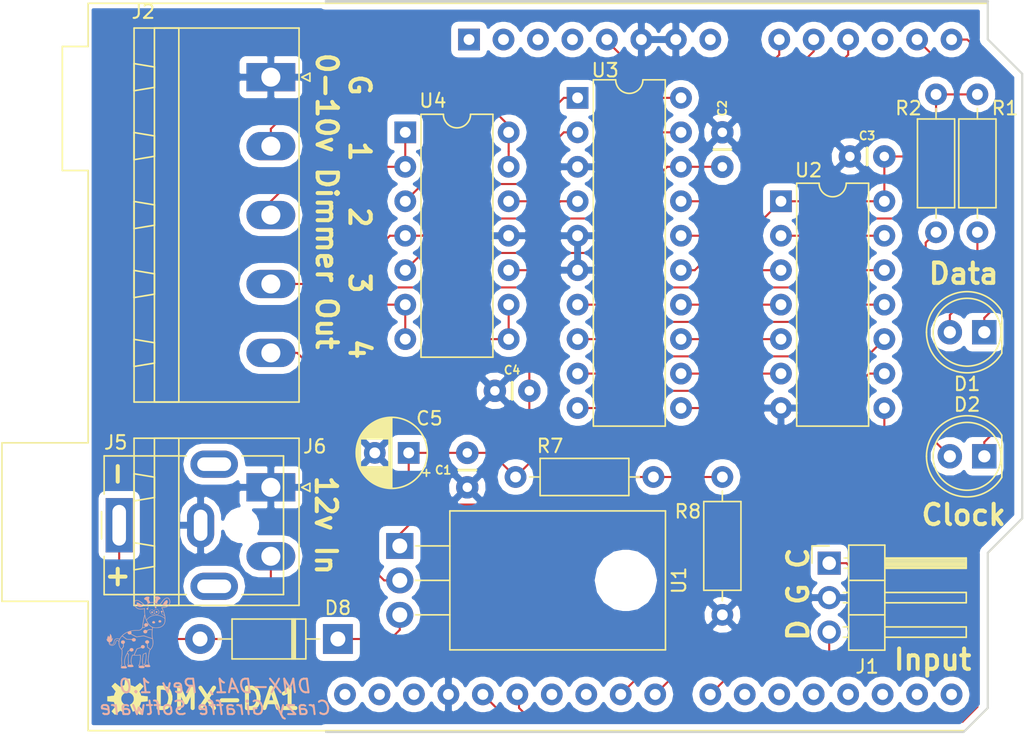
<source format=kicad_pcb>
(kicad_pcb (version 20171130) (host pcbnew "(5.0.0)")
  (title_block (title "DMX Demonstrator - Receiver w/ 0-10v output (DMX-DA1)") (date 2020-09-29) (rev 1.0) (company "Crazy Giraffe Software") (comment 2 "Designed by: SparkyBobo") (comment 3 https://creativecommons.org/licenses/by-sa/4.0/) (comment 4 "Released under the Creative Commons Attribution Share-Alike 4.0m License"))
  (layers (0 F.Cu signal) (31 B.Cu signal) (34 B.Paste user) (35 F.Paste user) (36 B.SilkS user) (37 F.SilkS user) (38 B.Mask user) (39 F.Mask user) (44 Edge.Cuts user))
  (net 0 "")
  (net 1 GND)
  (net 2 "Net-(R7-Pad1)")
  (net 3 "Net-(D2-Pad2)")
  (net 4 +5V)
  (net 5 "Net-(D1-Pad2)")
  (net 6 +10V)
  (net 7 "Net-(U2-Pad6)")
  (net 8 "Net-(U2-Pad5)")
  (net 9 "Net-(U2-Pad4)")
  (net 10 "Net-(U2-Pad3)")
  (net 11 /A1)
  (net 12 /A0)
  (net 13 "Net-(U2-Pad13)")
  (net 14 /~WR)
  (net 15 "Net-(U2-Pad12)")
  (net 16 "Net-(U2-Pad11)")
  (net 17 "Net-(U2-Pad10)")
  (net 18 /CLK)
  (net 19 /~CLR)
  (net 20 "Net-(A1-Pad32)")
  (net 21 "Net-(A1-Pad31)")
  (net 22 "Net-(A1-Pad1)")
  (net 23 "Net-(A1-Pad2)")
  (net 24 "Net-(A1-Pad3)")
  (net 25 "Net-(A1-Pad4)")
  (net 26 "Net-(A1-Pad8)")
  (net 27 /RX)
  (net 28 "Net-(A1-Pad12)")
  (net 29 /RXCLK)
  (net 30 "Net-(A1-Pad30)")
  (net 31 "Net-(A1-Pad15)")
  (net 32 "Net-(A1-Pad16)")
  (net 33 /B)
  (net 34 "Net-(A1-Pad17)")
  (net 35 "Net-(A1-Pad18)")
  (net 36 "Net-(A1-Pad19)")
  (net 37 "Net-(D8-Pad1)")
  (net 38 "Net-(D8-Pad2)")
  (net 39 /~DIM3)
  (net 40 /~DIM2)
  (net 41 /~DIM1)
  (net 42 /~DIM0)
  (net 43 /~DATA)
  (net 44 /~CLOCK)
  (net 45 /AO1)
  (net 46 /AO0)
  (net 47 /AO3)
  (net 48 /AO2)
  (net 49 "Net-(J2-Pad2)")
  (net 50 "Net-(J2-Pad3)")
  (net 51 "Net-(J2-Pad4)")
  (net 52 "Net-(J2-Pad5)")
  (module Connector_Phoenix_MSTB:PhoenixContact_MSTBA_2,5_5-G-5,08_1x05_P5.08mm_Horizontal (layer F.Cu) (at 124.46 69.088 270)
    (fp_text reference J2 (at -4.826 9.398) (layer F.SilkS))
    (fp_text value DIMMER_B)
    (pad 1 thru_hole rect (at 0 0 270) (size 2.08 3.6) (drill 1.4) (layers *.Cu *.Mask) (net 1 GND))
    (pad 2 thru_hole oval (at 5.08 0 270) (size 2.08 3.6) (drill 1.4) (layers *.Cu *.Mask) (net 49 "Net-(J2-Pad2)"))
    (pad 3 thru_hole oval (at 10.16 0 270) (size 2.08 3.6) (drill 1.4) (layers *.Cu *.Mask) (net 50 "Net-(J2-Pad3)"))
    (pad 4 thru_hole oval (at 15.24 0 270) (size 2.08 3.6) (drill 1.4) (layers *.Cu *.Mask) (net 51 "Net-(J2-Pad4)"))
    (pad 5 thru_hole oval (at 20.32 0 270) (size 2.08 3.6) (drill 1.4) (layers *.Cu *.Mask) (net 52 "Net-(J2-Pad5)"))
  )
  (module Package_DIP:DIP-20_W7.62mm (layer F.Cu) (at 147.066 70.612)
    (fp_text reference U3 (at 2.032 -2.032) (layer F.SilkS))
    (fp_text value TLC7226A)
    (pad 1 thru_hole rect (at 0 0) (size 1.6 1.6) (drill 0.8) (layers *.Cu *.Mask) (net 45 /AO1))
    (pad 11 thru_hole oval (at 7.62 22.86) (size 1.6 1.6) (drill 0.8) (layers *.Cu *.Mask) (net 7 "Net-(U2-Pad6)"))
    (pad 2 thru_hole oval (at 0 2.54) (size 1.6 1.6) (drill 0.8) (layers *.Cu *.Mask) (net 46 /AO0))
    (pad 12 thru_hole oval (at 7.62 20.32) (size 1.6 1.6) (drill 0.8) (layers *.Cu *.Mask) (net 8 "Net-(U2-Pad5)"))
    (pad 3 thru_hole oval (at 0 5.08) (size 1.6 1.6) (drill 0.8) (layers *.Cu *.Mask) (net 1 GND))
    (pad 13 thru_hole oval (at 7.62 17.78) (size 1.6 1.6) (drill 0.8) (layers *.Cu *.Mask) (net 9 "Net-(U2-Pad4)"))
    (pad 4 thru_hole oval (at 0 7.62) (size 1.6 1.6) (drill 0.8) (layers *.Cu *.Mask) (net 6 +10V))
    (pad 14 thru_hole oval (at 7.62 15.24) (size 1.6 1.6) (drill 0.8) (layers *.Cu *.Mask) (net 10 "Net-(U2-Pad3)"))
    (pad 5 thru_hole oval (at 0 10.16) (size 1.6 1.6) (drill 0.8) (layers *.Cu *.Mask) (net 1 GND))
    (pad 15 thru_hole oval (at 7.62 12.7) (size 1.6 1.6) (drill 0.8) (layers *.Cu *.Mask) (net 14 /~WR))
    (pad 6 thru_hole oval (at 0 12.7) (size 1.6 1.6) (drill 0.8) (layers *.Cu *.Mask) (net 1 GND))
    (pad 16 thru_hole oval (at 7.62 10.16) (size 1.6 1.6) (drill 0.8) (layers *.Cu *.Mask) (net 11 /A1))
    (pad 7 thru_hole oval (at 0 15.24) (size 1.6 1.6) (drill 0.8) (layers *.Cu *.Mask) (net 13 "Net-(U2-Pad13)"))
    (pad 17 thru_hole oval (at 7.62 7.62) (size 1.6 1.6) (drill 0.8) (layers *.Cu *.Mask) (net 12 /A0))
    (pad 8 thru_hole oval (at 0 17.78) (size 1.6 1.6) (drill 0.8) (layers *.Cu *.Mask) (net 15 "Net-(U2-Pad12)"))
    (pad 18 thru_hole oval (at 7.62 5.08) (size 1.6 1.6) (drill 0.8) (layers *.Cu *.Mask) (net 4 +5V))
    (pad 9 thru_hole oval (at 0 20.32) (size 1.6 1.6) (drill 0.8) (layers *.Cu *.Mask) (net 16 "Net-(U2-Pad11)"))
    (pad 19 thru_hole oval (at 7.62 2.54) (size 1.6 1.6) (drill 0.8) (layers *.Cu *.Mask) (net 47 /AO3))
    (pad 10 thru_hole oval (at 0 22.86) (size 1.6 1.6) (drill 0.8) (layers *.Cu *.Mask) (net 17 "Net-(U2-Pad10)"))
    (pad 20 thru_hole oval (at 7.62 0) (size 1.6 1.6) (drill 0.8) (layers *.Cu *.Mask) (net 48 /AO2))
  )
  (module Capacitors:CAP-PTH-2.54 (layer F.Cu) (at 142.24 92.202 180)
    (fp_text reference C4 (at 0 1.524 180) (layer F.SilkS) (effects (font (size 0.6096 0.6096) (thickness 0.127))))
    (fp_text value .01uF hide)
    (pad 1 thru_hole circle (at -1.27 0 180) (size 1.651 1.651) (drill 0.6985) (layers *.Cu *.Mask) (net 6 +10V))
    (pad 2 thru_hole circle (at 1.27 0 180) (size 1.651 1.651) (drill 0.6985) (layers *.Cu *.Mask) (net 1 GND))
  )
  (module Package_DIP:DIP-14_W7.62mm (layer F.Cu) (at 134.366 73.152)
    (fp_text reference U4 (at 2.032 -2.33) (layer F.SilkS))
    (fp_text value LM324A)
    (pad 1 thru_hole rect (at 0 0) (size 1.6 1.6) (drill 0.8) (layers *.Cu *.Mask) (net 50 "Net-(J2-Pad3)"))
    (pad 8 thru_hole oval (at 7.62 15.24) (size 1.6 1.6) (drill 0.8) (layers *.Cu *.Mask) (net 52 "Net-(J2-Pad5)"))
    (pad 2 thru_hole oval (at 0 2.54) (size 1.6 1.6) (drill 0.8) (layers *.Cu *.Mask) (net 50 "Net-(J2-Pad3)"))
    (pad 9 thru_hole oval (at 7.62 12.7) (size 1.6 1.6) (drill 0.8) (layers *.Cu *.Mask) (net 52 "Net-(J2-Pad5)"))
    (pad 3 thru_hole oval (at 0 5.08) (size 1.6 1.6) (drill 0.8) (layers *.Cu *.Mask) (net 45 /AO1))
    (pad 10 thru_hole oval (at 7.62 10.16) (size 1.6 1.6) (drill 0.8) (layers *.Cu *.Mask) (net 47 /AO3))
    (pad 4 thru_hole oval (at 0 7.62) (size 1.6 1.6) (drill 0.8) (layers *.Cu *.Mask) (net 6 +10V))
    (pad 11 thru_hole oval (at 7.62 7.62) (size 1.6 1.6) (drill 0.8) (layers *.Cu *.Mask) (net 1 GND))
    (pad 5 thru_hole oval (at 0 10.16) (size 1.6 1.6) (drill 0.8) (layers *.Cu *.Mask) (net 48 /AO2))
    (pad 12 thru_hole oval (at 7.62 5.08) (size 1.6 1.6) (drill 0.8) (layers *.Cu *.Mask) (net 46 /AO0))
    (pad 6 thru_hole oval (at 0 12.7) (size 1.6 1.6) (drill 0.8) (layers *.Cu *.Mask) (net 51 "Net-(J2-Pad4)"))
    (pad 13 thru_hole oval (at 7.62 2.54) (size 1.6 1.6) (drill 0.8) (layers *.Cu *.Mask) (net 49 "Net-(J2-Pad2)"))
    (pad 7 thru_hole oval (at 0 15.24) (size 1.6 1.6) (drill 0.8) (layers *.Cu *.Mask) (net 51 "Net-(J2-Pad4)"))
    (pad 14 thru_hole oval (at 7.62 0) (size 1.6 1.6) (drill 0.8) (layers *.Cu *.Mask) (net 49 "Net-(J2-Pad2)"))
  )
  (module Package_TO_SOT_THT:TO-220-3_Horizontal_TabDown (layer F.Cu) (at 133.962 103.632 270)
    (fp_text reference U1 (at 2.54 -20.58 270) (layer F.SilkS))
    (fp_text value LM317T)
    (pad "" np_thru_hole oval (at 2.54 -16.66 270) (size 3.5 3.5) (drill 3.5) (layers *.Cu *.Mask))
    (pad 1 thru_hole rect (at 0 0 270) (size 1.905 2) (drill 1.1) (layers *.Cu *.Mask) (net 2 "Net-(R7-Pad1)"))
    (pad 2 thru_hole oval (at 2.54 0 270) (size 1.905 2) (drill 1.1) (layers *.Cu *.Mask) (net 6 +10V))
    (pad 3 thru_hole oval (at 5.08 0 270) (size 1.905 2) (drill 1.1) (layers *.Cu *.Mask) (net 37 "Net-(D8-Pad1)"))
  )
  (module Diode_THT:D_DO-41_SOD81_P10.16mm_Horizontal (layer F.Cu) (at 129.4 110.49 180)
    (fp_text reference D8 (at 0 2.29 180) (layer F.SilkS))
    (fp_text value 1N5819)
    (pad 2 thru_hole oval (at 10.16 0 180) (size 2.2 2.2) (drill 1.1) (layers *.Cu *.Mask) (net 38 "Net-(D8-Pad2)"))
    (pad 1 thru_hole rect (at 0 0 180) (size 2.2 2.2) (drill 1.1) (layers *.Cu *.Mask) (net 37 "Net-(D8-Pad1)"))
  )
  (module Resistor_THT:R_Axial_DIN0207_L6.3mm_D2.5mm_P10.16mm_Horizontal (layer F.Cu) (at 157.734 108.712 90)
    (fp_text reference R8 (at 7.62 -2.54) (layer F.SilkS))
    (fp_text value 2.7k)
    (pad 1 thru_hole circle (at 0 0 90) (size 1.6 1.6) (drill 0.8) (layers *.Cu *.Mask) (net 1 GND))
    (pad 2 thru_hole oval (at 10.16 0 90) (size 1.6 1.6) (drill 0.8) (layers *.Cu *.Mask) (net 2 "Net-(R7-Pad1)"))
  )
  (module Capacitors:CAP-PTH-2.54 (layer F.Cu) (at 157.734 74.422 90)
    (fp_text reference C2 (at 3.048 0 90) (layer F.SilkS) (effects (font (size 0.6096 0.6096) (thickness 0.127))))
    (fp_text value .01uF hide)
    (pad 2 thru_hole circle (at 1.27 0 90) (size 1.651 1.651) (drill 0.6985) (layers *.Cu *.Mask) (net 1 GND))
    (pad 1 thru_hole circle (at -1.27 0 90) (size 1.651 1.651) (drill 0.6985) (layers *.Cu *.Mask) (net 4 +5V))
  )
  (module Package_DIP:DIP-14_W7.62mm (layer F.Cu) (at 162.052 78.232)
    (fp_text reference U2 (at 2.032 -2.286) (layer F.SilkS))
    (fp_text value 74LS164)
    (pad 1 thru_hole rect (at 0 0) (size 1.6 1.6) (drill 0.8) (layers *.Cu *.Mask) (net 4 +5V))
    (pad 8 thru_hole oval (at 7.62 15.24) (size 1.6 1.6) (drill 0.8) (layers *.Cu *.Mask) (net 18 /CLK))
    (pad 2 thru_hole oval (at 0 2.54) (size 1.6 1.6) (drill 0.8) (layers *.Cu *.Mask) (net 33 /B))
    (pad 9 thru_hole oval (at 7.62 12.7) (size 1.6 1.6) (drill 0.8) (layers *.Cu *.Mask) (net 19 /~CLR))
    (pad 3 thru_hole oval (at 0 5.08) (size 1.6 1.6) (drill 0.8) (layers *.Cu *.Mask) (net 10 "Net-(U2-Pad3)"))
    (pad 10 thru_hole oval (at 7.62 10.16) (size 1.6 1.6) (drill 0.8) (layers *.Cu *.Mask) (net 17 "Net-(U2-Pad10)"))
    (pad 4 thru_hole oval (at 0 7.62) (size 1.6 1.6) (drill 0.8) (layers *.Cu *.Mask) (net 9 "Net-(U2-Pad4)"))
    (pad 11 thru_hole oval (at 7.62 7.62) (size 1.6 1.6) (drill 0.8) (layers *.Cu *.Mask) (net 16 "Net-(U2-Pad11)"))
    (pad 5 thru_hole oval (at 0 10.16) (size 1.6 1.6) (drill 0.8) (layers *.Cu *.Mask) (net 8 "Net-(U2-Pad5)"))
    (pad 12 thru_hole oval (at 7.62 5.08) (size 1.6 1.6) (drill 0.8) (layers *.Cu *.Mask) (net 15 "Net-(U2-Pad12)"))
    (pad 6 thru_hole oval (at 0 12.7) (size 1.6 1.6) (drill 0.8) (layers *.Cu *.Mask) (net 7 "Net-(U2-Pad6)"))
    (pad 13 thru_hole oval (at 7.62 2.54) (size 1.6 1.6) (drill 0.8) (layers *.Cu *.Mask) (net 13 "Net-(U2-Pad13)"))
    (pad 7 thru_hole oval (at 0 15.24) (size 1.6 1.6) (drill 0.8) (layers *.Cu *.Mask) (net 1 GND))
    (pad 14 thru_hole oval (at 7.62 0) (size 1.6 1.6) (drill 0.8) (layers *.Cu *.Mask) (net 4 +5V))
  )
  (module Resistor_THT:R_Axial_DIN0207_L6.3mm_D2.5mm_P10.16mm_Horizontal (layer F.Cu) (at 152.654 98.552 180)
    (fp_text reference R7 (at 7.62 2.286 180) (layer F.SilkS))
    (fp_text value 390)
    (pad 2 thru_hole oval (at 10.16 0 180) (size 1.6 1.6) (drill 0.8) (layers *.Cu *.Mask) (net 6 +10V))
    (pad 1 thru_hole circle (at 0 0 180) (size 1.6 1.6) (drill 0.8) (layers *.Cu *.Mask) (net 2 "Net-(R7-Pad1)"))
  )
  (module Resistor_THT:R_Axial_DIN0207_L6.3mm_D2.5mm_P10.16mm_Horizontal (layer F.Cu) (at 176.53 70.358 270)
    (fp_text reference R1 (at 1.016 -2.032) (layer F.SilkS))
    (fp_text value 330)
    (pad 2 thru_hole oval (at 10.16 0 270) (size 1.6 1.6) (drill 0.8) (layers *.Cu *.Mask) (net 5 "Net-(D1-Pad2)"))
    (pad 1 thru_hole circle (at 0 0 270) (size 1.6 1.6) (drill 0.8) (layers *.Cu *.Mask) (net 4 +5V))
  )
  (module Resistor_THT:R_Axial_DIN0207_L6.3mm_D2.5mm_P10.16mm_Horizontal (layer F.Cu) (at 173.482 70.358 270)
    (fp_text reference R2 (at 1.016 2.032) (layer F.SilkS))
    (fp_text value 330)
    (pad 1 thru_hole circle (at 0 0 270) (size 1.6 1.6) (drill 0.8) (layers *.Cu *.Mask) (net 4 +5V))
    (pad 2 thru_hole oval (at 10.16 0 270) (size 1.6 1.6) (drill 0.8) (layers *.Cu *.Mask) (net 3 "Net-(D2-Pad2)"))
  )
  (module LED_THT:LED_D5.0mm (layer F.Cu) (at 177.038 97.028 180)
    (fp_text reference D2 (at 1.27 3.81 180) (layer F.SilkS))
    (fp_text value CLOCK)
    (pad 1 thru_hole rect (at 0 0 180) (size 1.8 1.8) (drill 0.9) (layers *.Cu *.Mask) (net 44 /~CLOCK))
    (pad 2 thru_hole circle (at 2.54 0 180) (size 1.8 1.8) (drill 0.9) (layers *.Cu *.Mask) (net 3 "Net-(D2-Pad2)"))
  )
  (module Module:Arduino_UNO_R3 (layer F.Cu) (at 139.065001 66.315001)
    (fp_text reference A1 hide)
    (fp_text value Arduino_UNO_R3)
    (pad 32 thru_hole oval (at -9.14 48.26 90) (size 1.6 1.6) (drill 0.8) (layers *.Cu *.Mask) (net 20 "Net-(A1-Pad32)"))
    (pad 31 thru_hole oval (at -6.6 48.26 90) (size 1.6 1.6) (drill 0.8) (layers *.Cu *.Mask) (net 21 "Net-(A1-Pad31)"))
    (pad 1 thru_hole rect (at 0 0 90) (size 1.6 1.6) (drill 0.8) (layers *.Cu *.Mask) (net 22 "Net-(A1-Pad1)"))
    (pad 17 thru_hole oval (at 30.48 48.26 90) (size 1.6 1.6) (drill 0.8) (layers *.Cu *.Mask) (net 34 "Net-(A1-Pad17)"))
    (pad 2 thru_hole oval (at 2.54 0 90) (size 1.6 1.6) (drill 0.8) (layers *.Cu *.Mask) (net 23 "Net-(A1-Pad2)"))
    (pad 18 thru_hole oval (at 27.94 48.26 90) (size 1.6 1.6) (drill 0.8) (layers *.Cu *.Mask) (net 35 "Net-(A1-Pad18)"))
    (pad 3 thru_hole oval (at 5.08 0 90) (size 1.6 1.6) (drill 0.8) (layers *.Cu *.Mask) (net 24 "Net-(A1-Pad3)"))
    (pad 19 thru_hole oval (at 25.4 48.26 90) (size 1.6 1.6) (drill 0.8) (layers *.Cu *.Mask) (net 36 "Net-(A1-Pad19)"))
    (pad 4 thru_hole oval (at 7.62 0 90) (size 1.6 1.6) (drill 0.8) (layers *.Cu *.Mask) (net 25 "Net-(A1-Pad4)"))
    (pad 20 thru_hole oval (at 22.86 48.26 90) (size 1.6 1.6) (drill 0.8) (layers *.Cu *.Mask) (net 39 /~DIM3))
    (pad 5 thru_hole oval (at 10.16 0 90) (size 1.6 1.6) (drill 0.8) (layers *.Cu *.Mask) (net 4 +5V))
    (pad 21 thru_hole oval (at 20.32 48.26 90) (size 1.6 1.6) (drill 0.8) (layers *.Cu *.Mask) (net 40 /~DIM2))
    (pad 6 thru_hole oval (at 12.7 0 90) (size 1.6 1.6) (drill 0.8) (layers *.Cu *.Mask) (net 1 GND))
    (pad 22 thru_hole oval (at 17.78 48.26 90) (size 1.6 1.6) (drill 0.8) (layers *.Cu *.Mask) (net 33 /B))
    (pad 7 thru_hole oval (at 15.24 0 90) (size 1.6 1.6) (drill 0.8) (layers *.Cu *.Mask) (net 1 GND))
    (pad 23 thru_hole oval (at 13.72 48.26 90) (size 1.6 1.6) (drill 0.8) (layers *.Cu *.Mask) (net 18 /CLK))
    (pad 8 thru_hole oval (at 17.78 0 90) (size 1.6 1.6) (drill 0.8) (layers *.Cu *.Mask) (net 26 "Net-(A1-Pad8)"))
    (pad 24 thru_hole oval (at 11.18 48.26 90) (size 1.6 1.6) (drill 0.8) (layers *.Cu *.Mask) (net 19 /~CLR))
    (pad 9 thru_hole oval (at 22.86 0 90) (size 1.6 1.6) (drill 0.8) (layers *.Cu *.Mask) (net 12 /A0))
    (pad 25 thru_hole oval (at 8.64 48.26 90) (size 1.6 1.6) (drill 0.8) (layers *.Cu *.Mask) (net 41 /~DIM1))
    (pad 10 thru_hole oval (at 25.4 0 90) (size 1.6 1.6) (drill 0.8) (layers *.Cu *.Mask) (net 11 /A1))
    (pad 26 thru_hole oval (at 6.1 48.26 90) (size 1.6 1.6) (drill 0.8) (layers *.Cu *.Mask) (net 42 /~DIM0))
    (pad 11 thru_hole oval (at 27.94 0 90) (size 1.6 1.6) (drill 0.8) (layers *.Cu *.Mask) (net 14 /~WR))
    (pad 27 thru_hole oval (at 3.56 48.26 90) (size 1.6 1.6) (drill 0.8) (layers *.Cu *.Mask) (net 27 /RX))
    (pad 12 thru_hole oval (at 30.48 0 90) (size 1.6 1.6) (drill 0.8) (layers *.Cu *.Mask) (net 28 "Net-(A1-Pad12)"))
    (pad 28 thru_hole oval (at 1.02 48.26 90) (size 1.6 1.6) (drill 0.8) (layers *.Cu *.Mask) (net 29 /RXCLK))
    (pad 13 thru_hole oval (at 33.02 0 90) (size 1.6 1.6) (drill 0.8) (layers *.Cu *.Mask) (net 43 /~DATA))
    (pad 29 thru_hole oval (at -1.52 48.26 90) (size 1.6 1.6) (drill 0.8) (layers *.Cu *.Mask) (net 1 GND))
    (pad 14 thru_hole oval (at 35.56 0 90) (size 1.6 1.6) (drill 0.8) (layers *.Cu *.Mask) (net 44 /~CLOCK))
    (pad 30 thru_hole oval (at -4.06 48.26 90) (size 1.6 1.6) (drill 0.8) (layers *.Cu *.Mask) (net 30 "Net-(A1-Pad30)"))
    (pad 15 thru_hole oval (at 35.56 48.26 90) (size 1.6 1.6) (drill 0.8) (layers *.Cu *.Mask) (net 31 "Net-(A1-Pad15)"))
    (pad 16 thru_hole oval (at 33.02 48.26 90) (size 1.6 1.6) (drill 0.8) (layers *.Cu *.Mask) (net 32 "Net-(A1-Pad16)"))
  )
  (module Connector_BarrelJack:BarrelJack_CUI_PJ-063AH_Horizontal (layer F.Cu) (at 113.284 102.108 90)
    (fp_text reference J5 (at 6.096 -0.254 180) (layer F.SilkS))
    (fp_text value 12V_A)
    (pad "" np_thru_hole circle (at 0 9 90) (size 1.6 1.6) (drill 1.6) (layers *.Cu *.Mask))
    (pad MP thru_hole oval (at 4.5 7 90) (size 2 3.5) (drill oval 1 2.5) (layers *.Cu *.Mask))
    (pad MP thru_hole oval (at -4.5 7 90) (size 2 3.5) (drill oval 1 2.5) (layers *.Cu *.Mask))
    (pad 2 thru_hole oval (at 0 6 90) (size 3.3 2) (drill oval 2.3 1) (layers *.Cu *.Mask) (net 1 GND))
    (pad 1 thru_hole rect (at 0 0 90) (size 4 2) (drill oval 3 1) (layers *.Cu *.Mask) (net 38 "Net-(D8-Pad2)"))
  )
  (module Capacitors:CAP-PTH-2.54 (layer F.Cu) (at 138.938 98.044 270)
    (fp_text reference C1 (at 0 1.778 180) (layer F.SilkS) (effects (font (size 0.6096 0.6096) (thickness 0.127))))
    (fp_text value .01uF hide)
    (pad 1 thru_hole circle (at -1.27 0 270) (size 1.651 1.651) (drill 0.6985) (layers *.Cu *.Mask) (net 6 +10V))
    (pad 2 thru_hole circle (at 1.27 0 270) (size 1.651 1.651) (drill 0.6985) (layers *.Cu *.Mask) (net 1 GND))
  )
  (module Capacitors:CAP-PTH-2.54 (layer F.Cu) (at 168.402 74.93 180)
    (fp_text reference C3 (at 0 1.524 180) (layer F.SilkS) (effects (font (size 0.6096 0.6096) (thickness 0.127))))
    (fp_text value .01uF hide)
    (pad 1 thru_hole circle (at -1.27 0 180) (size 1.651 1.651) (drill 0.6985) (layers *.Cu *.Mask) (net 4 +5V))
    (pad 2 thru_hole circle (at 1.27 0 180) (size 1.651 1.651) (drill 0.6985) (layers *.Cu *.Mask) (net 1 GND))
  )
  (module Connector_Phoenix_MSTB:PhoenixContact_MSTBA_2,5_2-G-5,08_1x02_P5.08mm_Horizontal (layer F.Cu) (at 124.46 99.314 270)
    (fp_text reference J6 (at -3.014 -3.24) (layer F.SilkS))
    (fp_text value 12V_B)
    (pad 2 thru_hole oval (at 5.08 0 270) (size 2.08 3.6) (drill 1.4) (layers *.Cu *.Mask) (net 38 "Net-(D8-Pad2)"))
    (pad 1 thru_hole rect (at 0 0 270) (size 2.08 3.6) (drill 1.4) (layers *.Cu *.Mask) (net 1 GND))
  )
  (module Connector_PinHeader_2.54mm:PinHeader_1x03_P2.54mm_Horizontal (layer F.Cu) (at 165.608 104.902)
    (fp_text reference J1 (at 2.794 7.62) (layer F.SilkS))
    (fp_text value Input)
    (pad 1 thru_hole rect (at 0 0) (size 1.7 1.7) (drill 1) (layers *.Cu *.Mask) (net 29 /RXCLK))
    (pad 2 thru_hole oval (at 0 2.54) (size 1.7 1.7) (drill 1) (layers *.Cu *.Mask) (net 1 GND))
    (pad 3 thru_hole oval (at 0 5.08) (size 1.7 1.7) (drill 1) (layers *.Cu *.Mask) (net 27 /RX))
  )
  (module LED_THT:LED_D5.0mm (layer F.Cu) (at 177.038 87.884 180)
    (fp_text reference D1 (at 1.27 -3.81 180) (layer F.SilkS))
    (fp_text value DATA)
    (pad 1 thru_hole rect (at 0 0 180) (size 1.8 1.8) (drill 0.9) (layers *.Cu *.Mask) (net 43 /~DATA))
    (pad 2 thru_hole circle (at 2.54 0 180) (size 1.8 1.8) (drill 0.9) (layers *.Cu *.Mask) (net 5 "Net-(D1-Pad2)"))
  )
  (module Capacitor_THT:CP_Radial_D5.0mm_P2.50mm (layer F.Cu) (at 134.62 96.774 180)
    (fp_text reference C5 (at -1.524 2.54 180) (layer F.SilkS))
    (fp_text value 10uF)
    (pad 1 thru_hole rect (at 0 0 180) (size 1.6 1.6) (drill 0.8) (layers *.Cu *.Mask) (net 6 +10V))
    (pad 2 thru_hole circle (at 2.5 0 180) (size 1.6 1.6) (drill 0.8) (layers *.Cu *.Mask) (net 1 GND))
  )
  (module Aesthetics:OSHW-LOGO-S (layer F.Cu) (at 113.9 114.9)
    (fp_text reference "" (at 0 0) (layer F.SilkS) (effects (font (size 1.524 1.524))))
    (fp_text value "" (at 0 0) (layer F.SilkS) (effects (font (size 1.524 1.524))))
  )
  (module footprints:logo_cr_5x5 (layer B.Cu) (at 114.7 110 180)
    (fp_text reference G*** hide)
    (fp_text value LOGO hide)
  )
  (gr_line (start 128.524 63.5) (end 177.292 63.5) (layer Edge.Cuts) (width 0.2))
  (gr_line (start 175.514 117.348) (end 128.524 117.348) (layer Edge.Cuts) (width 0.15))
  (gr_text "DMX-DA1, Rev 1.0\nCrazy Giraffe Software\n\n" (at 120.396 115.57) (layer B.SilkS) (effects (font (size 1 1) (thickness 0.15) italic) (justify mirror)))
  (gr_text DMX-DA1 (at 121.2 114.9) (layer F.SilkS) (effects (font (size 1.5 1.5) (thickness 0.3))))
  (gr_line (start 175.514 117.348) (end 177.292 115.57) (layer Edge.Cuts) (width 0.15))
  (gr_line (start 177.292 66.294) (end 177.292 63.5) (layer Edge.Cuts) (width 0.15))
  (gr_line (start 177.292 104.14) (end 177.292 115.57) (layer Edge.Cuts) (width 0.15))
  (gr_line (start 179.832 101.6) (end 177.292 104.14) (layer Edge.Cuts) (width 0.15))
  (gr_line (start 179.832 68.834) (end 179.832 101.6) (layer Edge.Cuts) (width 0.15))
  (gr_line (start 177.292 66.294) (end 179.832 68.834) (layer Edge.Cuts) (width 0.15))
  (gr_text "-     +" (at 113.284 102.108 270) (layer F.SilkS) (effects (font (size 1.5 1.5) (thickness 0.3))))
  (gr_text "  G   1   2   3   4\n0-10v Dimmer Out" (at 129.794 78.232 270) (layer F.SilkS) (effects (font (size 1.5 1.5) (thickness 0.3))))
  (gr_text "12v In" (at 128.524 102.108 270) (layer F.SilkS) (effects (font (size 1.5 1.5) (thickness 0.3))))
  (gr_text "D G C" (at 163.322 107.188 90) (layer F.SilkS) (effects (font (size 1.5 1.5) (thickness 0.3))))
  (gr_text Input (at 173.228 112.014) (layer F.SilkS) (effects (font (size 1.5 1.5) (thickness 0.3))))
  (gr_text Clock (at 175.514 101.346) (layer F.SilkS) (effects (font (size 1.5 1.5) (thickness 0.3))))
  (gr_text Data (at 175.514 83.566) (layer F.SilkS) (effects (font (size 1.5 1.5) (thickness 0.3))))
  (segment (start 166.116 107.442) (end 165.608 107.442) (width 0.1524) (layer B.Cu) (net 1))
  (segment (start 152.654 98.552) (end 157.734 98.552) (width 0.1524) (layer F.Cu) (net 2))
  (segment (start 148.844 98.552) (end 152.654 98.552) (width 0.1524) (layer F.Cu) (net 2))
  (segment (start 146.812 100.584) (end 148.844 98.552) (width 0.1524) (layer F.Cu) (net 2))
  (segment (start 136.144 100.584) (end 146.812 100.584) (width 0.1524) (layer F.Cu) (net 2))
  (segment (start 133.962 103.632) (end 133.962 102.766) (width 0.1524) (layer F.Cu) (net 2))
  (segment (start 133.962 102.766) (end 136.144 100.584) (width 0.1524) (layer F.Cu) (net 2))
  (segment (start 172.72 81.28) (end 173.482 80.518) (width 0.1524) (layer F.Cu) (net 3))
  (segment (start 174.498 97.028) (end 172.72 95.25) (width 0.1524) (layer F.Cu) (net 3))
  (segment (start 172.72 95.25) (end 172.72 81.28) (width 0.1524) (layer F.Cu) (net 3))
  (segment (start 175.39863 70.358) (end 173.482 70.358) (width 0.1524) (layer F.Cu) (net 4))
  (segment (start 176.53 70.358) (end 175.39863 70.358) (width 0.1524) (layer F.Cu) (net 4))
  (segment (start 162.052 78.232) (end 169.672 78.232) (width 0.1524) (layer F.Cu) (net 4))
  (segment (start 169.672 78.232) (end 169.672 74.93) (width 0.1524) (layer F.Cu) (net 4))
  (segment (start 173.482 73.406) (end 173.482 70.358) (width 0.1524) (layer F.Cu) (net 4))
  (segment (start 169.672 74.93) (end 171.958 74.93) (width 0.1524) (layer F.Cu) (net 4))
  (segment (start 171.958 74.93) (end 173.482 73.406) (width 0.1524) (layer F.Cu) (net 4))
  (segment (start 149.225001 66.315001) (end 149.225001 66.421001) (width 0.1524) (layer F.Cu) (net 4))
  (segment (start 149.225001 66.421001) (end 151.13 68.326) (width 0.1524) (layer F.Cu) (net 4))
  (segment (start 156.21 75.692) (end 156.21 69.342) (width 0.1524) (layer F.Cu) (net 4))
  (segment (start 156.21 75.692) (end 157.734 75.692) (width 0.1524) (layer F.Cu) (net 4))
  (segment (start 154.686 75.692) (end 156.21 75.692) (width 0.1524) (layer F.Cu) (net 4))
  (segment (start 156.21 69.342) (end 155.194 68.326) (width 0.1524) (layer F.Cu) (net 4))
  (segment (start 151.13 68.326) (end 155.194 68.326) (width 0.1524) (layer F.Cu) (net 4))
  (segment (start 153.67 75.692) (end 154.686 75.692) (width 0.1524) (layer F.Cu) (net 4))
  (segment (start 152.908 76.454) (end 153.67 75.692) (width 0.1524) (layer F.Cu) (net 4))
  (segment (start 152.908 83.82) (end 152.908 76.454) (width 0.1524) (layer F.Cu) (net 4))
  (segment (start 153.67 84.582) (end 152.908 83.82) (width 0.1524) (layer F.Cu) (net 4))
  (segment (start 162.052 78.232) (end 155.702 84.582) (width 0.1524) (layer F.Cu) (net 4))
  (segment (start 155.702 84.582) (end 153.67 84.582) (width 0.1524) (layer F.Cu) (net 4))
  (segment (start 174.244 87.884) (end 174.498 87.884) (width 0.1524) (layer F.Cu) (net 5))
  (segment (start 176.53 84.582) (end 176.53 80.518) (width 0.1524) (layer F.Cu) (net 5))
  (segment (start 174.498 87.884) (end 174.498 86.614) (width 0.1524) (layer F.Cu) (net 5))
  (segment (start 174.498 86.614) (end 176.53 84.582) (width 0.1524) (layer F.Cu) (net 5))
  (segment (start 140.716 96.774) (end 142.494 98.552) (width 0.1524) (layer F.Cu) (net 6))
  (segment (start 138.938 96.774) (end 140.716 96.774) (width 0.1524) (layer F.Cu) (net 6))
  (segment (start 133.23463 80.772) (end 132.842 81.16463) (width 0.1524) (layer F.Cu) (net 6))
  (segment (start 134.366 80.772) (end 133.23463 80.772) (width 0.1524) (layer F.Cu) (net 6))
  (segment (start 132.842 81.16463) (end 132.842 84.074) (width 0.1524) (layer F.Cu) (net 6))
  (segment (start 132.842 84.074) (end 133.35 84.582) (width 0.1524) (layer F.Cu) (net 6))
  (segment (start 133.35 84.582) (end 143.002 84.582) (width 0.1524) (layer F.Cu) (net 6))
  (segment (start 143.002 84.582) (end 143.51 85.09) (width 0.1524) (layer F.Cu) (net 6))
  (segment (start 143.51 97.536) (end 142.494 98.552) (width 0.1524) (layer F.Cu) (net 6))
  (segment (start 143.51 85.09) (end 143.51 97.536) (width 0.1524) (layer F.Cu) (net 6))
  (segment (start 134.62 96.774) (end 138.938 96.774) (width 0.1524) (layer F.Cu) (net 6))
  (segment (start 134.62 98.2344) (end 134.62 96.774) (width 0.1524) (layer F.Cu) (net 6))
  (segment (start 132.08 100.7744) (end 134.62 98.2344) (width 0.1524) (layer F.Cu) (net 6))
  (segment (start 132.08 105.4424) (end 132.08 100.7744) (width 0.1524) (layer F.Cu) (net 6))
  (segment (start 133.962 106.172) (end 132.8096 106.172) (width 0.1524) (layer F.Cu) (net 6))
  (segment (start 132.8096 106.172) (end 132.08 105.4424) (width 0.1524) (layer F.Cu) (net 6))
  (segment (start 145.796 78.232) (end 147.066 78.232) (width 0.1524) (layer F.Cu) (net 6))
  (segment (start 144.526 79.502) (end 145.796 78.232) (width 0.1524) (layer F.Cu) (net 6))
  (segment (start 136.906 79.502) (end 144.526 79.502) (width 0.1524) (layer F.Cu) (net 6))
  (segment (start 134.366 80.772) (end 135.636 80.772) (width 0.1524) (layer F.Cu) (net 6))
  (segment (start 135.636 80.772) (end 136.906 79.502) (width 0.1524) (layer F.Cu) (net 6))
  (segment (start 159.512 90.932) (end 162.052 90.932) (width 0.1524) (layer F.Cu) (net 7))
  (segment (start 154.686 93.472) (end 156.972 93.472) (width 0.1524) (layer F.Cu) (net 7))
  (segment (start 156.972 93.472) (end 159.512 90.932) (width 0.1524) (layer F.Cu) (net 7))
  (segment (start 159.512 88.392) (end 162.052 88.392) (width 0.1524) (layer F.Cu) (net 8))
  (segment (start 154.686 90.932) (end 156.972 90.932) (width 0.1524) (layer F.Cu) (net 8))
  (segment (start 156.972 90.932) (end 159.512 88.392) (width 0.1524) (layer F.Cu) (net 8))
  (segment (start 159.512 85.852) (end 162.052 85.852) (width 0.1524) (layer F.Cu) (net 9))
  (segment (start 154.686 88.392) (end 156.972 88.392) (width 0.1524) (layer F.Cu) (net 9))
  (segment (start 156.972 88.392) (end 159.512 85.852) (width 0.1524) (layer F.Cu) (net 9))
  (segment (start 159.512 83.312) (end 162.052 83.312) (width 0.1524) (layer F.Cu) (net 10))
  (segment (start 154.686 85.852) (end 156.972 85.852) (width 0.1524) (layer F.Cu) (net 10))
  (segment (start 156.972 85.852) (end 159.512 83.312) (width 0.1524) (layer F.Cu) (net 10))
  (segment (start 164.465001 67.182999) (end 164.465001 66.315001) (width 0.1524) (layer F.Cu) (net 11))
  (segment (start 156.972 80.772) (end 159.766 77.978) (width 0.1524) (layer F.Cu) (net 11))
  (segment (start 154.686 80.772) (end 156.972 80.772) (width 0.1524) (layer F.Cu) (net 11))
  (segment (start 159.766 77.978) (end 159.766 70.358) (width 0.1524) (layer F.Cu) (net 11))
  (segment (start 159.766 70.358) (end 162.306 67.818) (width 0.1524) (layer F.Cu) (net 11))
  (segment (start 162.306 67.818) (end 163.83 67.818) (width 0.1524) (layer F.Cu) (net 11))
  (segment (start 163.83 67.818) (end 164.465001 67.182999) (width 0.1524) (layer F.Cu) (net 11))
  (segment (start 161.925001 67.436999) (end 161.925001 66.315001) (width 0.1524) (layer F.Cu) (net 12))
  (segment (start 159.258 70.104) (end 161.925001 67.436999) (width 0.1524) (layer F.Cu) (net 12))
  (segment (start 159.258 76.962) (end 159.258 70.104) (width 0.1524) (layer F.Cu) (net 12))
  (segment (start 154.686 78.232) (end 157.988 78.232) (width 0.1524) (layer F.Cu) (net 12))
  (segment (start 157.988 78.232) (end 159.258 76.962) (width 0.1524) (layer F.Cu) (net 12))
  (segment (start 167.64 80.772) (end 169.672 80.772) (width 0.1524) (layer F.Cu) (net 13))
  (segment (start 150.622 85.852) (end 151.892 87.122) (width 0.1524) (layer F.Cu) (net 13))
  (segment (start 147.066 85.852) (end 150.622 85.852) (width 0.1524) (layer F.Cu) (net 13))
  (segment (start 151.892 87.122) (end 156.972 87.122) (width 0.1524) (layer F.Cu) (net 13))
  (segment (start 156.972 87.122) (end 159.512 84.582) (width 0.1524) (layer F.Cu) (net 13))
  (segment (start 159.512 84.582) (end 163.83 84.582) (width 0.1524) (layer F.Cu) (net 13))
  (segment (start 163.83 84.582) (end 167.64 80.772) (width 0.1524) (layer F.Cu) (net 13))
  (segment (start 167.005001 67.436999) (end 167.005001 66.315001) (width 0.1524) (layer F.Cu) (net 14))
  (segment (start 155.702 83.312) (end 160.274 78.74) (width 0.1524) (layer F.Cu) (net 14))
  (segment (start 154.686 83.312) (end 155.702 83.312) (width 0.1524) (layer F.Cu) (net 14))
  (segment (start 160.274 78.74) (end 160.274 70.612) (width 0.1524) (layer F.Cu) (net 14))
  (segment (start 160.274 70.612) (end 162.56 68.326) (width 0.1524) (layer F.Cu) (net 14))
  (segment (start 162.56 68.326) (end 166.116 68.326) (width 0.1524) (layer F.Cu) (net 14))
  (segment (start 166.116 68.326) (end 167.005001 67.436999) (width 0.1524) (layer F.Cu) (net 14))
  (segment (start 167.64 83.312) (end 169.672 83.312) (width 0.1524) (layer F.Cu) (net 15))
  (segment (start 150.622 88.392) (end 151.892 89.662) (width 0.1524) (layer F.Cu) (net 15))
  (segment (start 147.066 88.392) (end 150.622 88.392) (width 0.1524) (layer F.Cu) (net 15))
  (segment (start 151.892 89.662) (end 156.972 89.662) (width 0.1524) (layer F.Cu) (net 15))
  (segment (start 156.972 89.662) (end 159.512 87.122) (width 0.1524) (layer F.Cu) (net 15))
  (segment (start 159.512 87.122) (end 163.83 87.122) (width 0.1524) (layer F.Cu) (net 15))
  (segment (start 163.83 87.122) (end 167.64 83.312) (width 0.1524) (layer F.Cu) (net 15))
  (segment (start 167.64 85.852) (end 169.672 85.852) (width 0.1524) (layer F.Cu) (net 16))
  (segment (start 150.622 90.932) (end 151.892 92.202) (width 0.1524) (layer F.Cu) (net 16))
  (segment (start 147.066 90.932) (end 150.622 90.932) (width 0.1524) (layer F.Cu) (net 16))
  (segment (start 151.892 92.202) (end 156.972 92.202) (width 0.1524) (layer F.Cu) (net 16))
  (segment (start 156.972 92.202) (end 159.512 89.662) (width 0.1524) (layer F.Cu) (net 16))
  (segment (start 159.512 89.662) (end 163.83 89.662) (width 0.1524) (layer F.Cu) (net 16))
  (segment (start 163.83 89.662) (end 167.64 85.852) (width 0.1524) (layer F.Cu) (net 16))
  (segment (start 167.386 90.678) (end 169.672 88.392) (width 0.1524) (layer F.Cu) (net 17))
  (segment (start 167.386 93.98) (end 167.386 90.678) (width 0.1524) (layer F.Cu) (net 17))
  (segment (start 166.37 94.996) (end 167.386 93.98) (width 0.1524) (layer F.Cu) (net 17))
  (segment (start 151.892 94.996) (end 166.37 94.996) (width 0.1524) (layer F.Cu) (net 17))
  (segment (start 147.066 93.472) (end 150.368 93.472) (width 0.1524) (layer F.Cu) (net 17))
  (segment (start 150.368 93.472) (end 151.892 94.996) (width 0.1524) (layer F.Cu) (net 17))
  (segment (start 169.672 94.996) (end 169.672 93.472) (width 0.1524) (layer F.Cu) (net 18))
  (segment (start 168.656 96.012) (end 169.672 94.996) (width 0.1524) (layer F.Cu) (net 18))
  (segment (start 160.02 112.522) (end 161.29 111.252) (width 0.1524) (layer F.Cu) (net 18))
  (segment (start 152.785001 114.575001) (end 154.838002 112.522) (width 0.1524) (layer F.Cu) (net 18))
  (segment (start 161.29 111.252) (end 161.29 97.028) (width 0.1524) (layer F.Cu) (net 18))
  (segment (start 154.838002 112.522) (end 160.02 112.522) (width 0.1524) (layer F.Cu) (net 18))
  (segment (start 161.29 97.028) (end 162.306 96.012) (width 0.1524) (layer F.Cu) (net 18))
  (segment (start 162.306 96.012) (end 168.656 96.012) (width 0.1524) (layer F.Cu) (net 18))
  (segment (start 167.894 91.57863) (end 168.54063 90.932) (width 0.1524) (layer F.Cu) (net 19))
  (segment (start 167.894 94.488) (end 167.894 91.57863) (width 0.1524) (layer F.Cu) (net 19))
  (segment (start 166.878 95.504) (end 167.894 94.488) (width 0.1524) (layer F.Cu) (net 19))
  (segment (start 152.806002 112.014) (end 159.766 112.014) (width 0.1524) (layer F.Cu) (net 19))
  (segment (start 150.245001 114.575001) (end 152.806002 112.014) (width 0.1524) (layer F.Cu) (net 19))
  (segment (start 159.766 112.014) (end 160.782 110.998) (width 0.1524) (layer F.Cu) (net 19))
  (segment (start 168.54063 90.932) (end 169.672 90.932) (width 0.1524) (layer F.Cu) (net 19))
  (segment (start 160.782 110.998) (end 160.782 96.774) (width 0.1524) (layer F.Cu) (net 19))
  (segment (start 160.782 96.774) (end 162.052 95.504) (width 0.1524) (layer F.Cu) (net 19))
  (segment (start 162.052 95.504) (end 166.878 95.504) (width 0.1524) (layer F.Cu) (net 19))
  (segment (start 165.608 111.506) (end 165.608 109.982) (width 0.1524) (layer F.Cu) (net 27))
  (segment (start 167.132 113.03) (end 165.608 111.506) (width 0.1524) (layer F.Cu) (net 27))
  (segment (start 175.26 113.03) (end 167.132 113.03) (width 0.1524) (layer F.Cu) (net 27))
  (segment (start 142.748 114.698) (end 142.748 115.57) (width 0.1524) (layer F.Cu) (net 27))
  (segment (start 142.625001 114.575001) (end 142.748 114.698) (width 0.1524) (layer F.Cu) (net 27))
  (segment (start 142.748 115.57) (end 143.256 116.078) (width 0.1524) (layer F.Cu) (net 27))
  (segment (start 176.022 113.792) (end 175.26 113.03) (width 0.1524) (layer F.Cu) (net 27))
  (segment (start 143.256 116.078) (end 175.26 116.078) (width 0.1524) (layer F.Cu) (net 27))
  (segment (start 175.26 116.078) (end 176.022 115.316) (width 0.1524) (layer F.Cu) (net 27))
  (segment (start 176.022 115.316) (end 176.022 113.792) (width 0.1524) (layer F.Cu) (net 27))
  (segment (start 140.885 115.375) (end 140.085001 114.575001) (width 0.1524) (layer F.Cu) (net 29))
  (segment (start 142.096 116.586) (end 140.885 115.375) (width 0.1524) (layer F.Cu) (net 29))
  (segment (start 175.437067 116.586) (end 142.096 116.586) (width 0.1524) (layer F.Cu) (net 29))
  (segment (start 176.53 113.538) (end 176.53 115.493067) (width 0.1524) (layer F.Cu) (net 29))
  (segment (start 176.53 115.493067) (end 175.437067 116.586) (width 0.1524) (layer F.Cu) (net 29))
  (segment (start 165.608 104.902) (end 166.878 104.902) (width 0.1524) (layer F.Cu) (net 29))
  (segment (start 166.878 104.902) (end 167.386 105.41) (width 0.1524) (layer F.Cu) (net 29))
  (segment (start 167.386 105.41) (end 167.386 111.76) (width 0.1524) (layer F.Cu) (net 29))
  (segment (start 167.386 111.76) (end 168.148 112.522) (width 0.1524) (layer F.Cu) (net 29))
  (segment (start 168.148 112.522) (end 175.514 112.522) (width 0.1524) (layer F.Cu) (net 29))
  (segment (start 175.514 112.522) (end 176.53 113.538) (width 0.1524) (layer F.Cu) (net 29))
  (segment (start 156.845001 114.173001) (end 156.845001 114.575001) (width 0.1524) (layer F.Cu) (net 33))
  (segment (start 161.798 111.506) (end 160.274 113.03) (width 0.1524) (layer F.Cu) (net 33))
  (segment (start 161.798 97.282) (end 161.798 111.506) (width 0.1524) (layer F.Cu) (net 33))
  (segment (start 162.56 96.52) (end 161.798 97.282) (width 0.1524) (layer F.Cu) (net 33))
  (segment (start 170.18 96.52) (end 162.56 96.52) (width 0.1524) (layer F.Cu) (net 33))
  (segment (start 163.83 80.772) (end 165.1 79.502) (width 0.1524) (layer F.Cu) (net 33))
  (segment (start 158.390002 113.03) (end 156.845001 114.575001) (width 0.1524) (layer F.Cu) (net 33))
  (segment (start 165.1 79.502) (end 170.688 79.502) (width 0.1524) (layer F.Cu) (net 33))
  (segment (start 170.688 79.502) (end 171.196 80.01) (width 0.1524) (layer F.Cu) (net 33))
  (segment (start 162.052 80.772) (end 163.83 80.772) (width 0.1524) (layer F.Cu) (net 33))
  (segment (start 171.196 80.01) (end 171.196 95.504) (width 0.1524) (layer F.Cu) (net 33))
  (segment (start 160.274 113.03) (end 158.390002 113.03) (width 0.1524) (layer F.Cu) (net 33))
  (segment (start 171.196 95.504) (end 170.18 96.52) (width 0.1524) (layer F.Cu) (net 33))
  (segment (start 133.962 109.8169) (end 133.962 108.712) (width 0.1524) (layer F.Cu) (net 37))
  (segment (start 133.2889 110.49) (end 133.962 109.8169) (width 0.1524) (layer F.Cu) (net 37))
  (segment (start 129.4 110.49) (end 133.2889 110.49) (width 0.1524) (layer F.Cu) (net 37))
  (segment (start 124.46 104.394) (end 124.206 104.648) (width 0.1524) (layer F.Cu) (net 38))
  (segment (start 124.46 108.24) (end 124.46 104.394) (width 0.1524) (layer F.Cu) (net 38))
  (segment (start 119.24 110.49) (end 122.21 110.49) (width 0.1524) (layer F.Cu) (net 38))
  (segment (start 122.21 110.49) (end 124.46 108.24) (width 0.1524) (layer F.Cu) (net 38))
  (segment (start 116.29 110.49) (end 119.24 110.49) (width 0.1524) (layer F.Cu) (net 38))
  (segment (start 113.284 102.108) (end 113.284 107.484) (width 0.1524) (layer F.Cu) (net 38))
  (segment (start 113.284 107.484) (end 116.29 110.49) (width 0.1524) (layer F.Cu) (net 38))
  (segment (start 177.038 86.8316) (end 178.054 85.8156) (width 0.1524) (layer F.Cu) (net 43))
  (segment (start 177.038 87.884) (end 177.038 86.8316) (width 0.1524) (layer F.Cu) (net 43))
  (segment (start 178.054 85.8156) (end 178.054 69.596) (width 0.1524) (layer F.Cu) (net 43))
  (segment (start 178.054 69.596) (end 176.53 68.072) (width 0.1524) (layer F.Cu) (net 43))
  (segment (start 173.842 68.072) (end 172.085001 66.315001) (width 0.1524) (layer F.Cu) (net 43))
  (segment (start 176.53 68.072) (end 173.842 68.072) (width 0.1524) (layer F.Cu) (net 43))
  (segment (start 175.789001 66.315001) (end 174.625001 66.315001) (width 0.1524) (layer F.Cu) (net 44))
  (segment (start 178.816 69.342) (end 175.789001 66.315001) (width 0.1524) (layer F.Cu) (net 44))
  (segment (start 178.816 94.1976) (end 178.816 69.342) (width 0.1524) (layer F.Cu) (net 44))
  (segment (start 177.038 97.028) (end 177.038 95.9756) (width 0.1524) (layer F.Cu) (net 44))
  (segment (start 177.038 95.9756) (end 178.816 94.1976) (width 0.1524) (layer F.Cu) (net 44))
  (segment (start 146.05 70.612) (end 147.066 70.612) (width 0.1524) (layer F.Cu) (net 45))
  (segment (start 144.272 72.39) (end 146.05 70.612) (width 0.1524) (layer F.Cu) (net 45))
  (segment (start 144.272 76.2) (end 144.272 72.39) (width 0.1524) (layer F.Cu) (net 45))
  (segment (start 143.51 76.962) (end 144.272 76.2) (width 0.1524) (layer F.Cu) (net 45))
  (segment (start 134.366 78.232) (end 135.636 76.962) (width 0.1524) (layer F.Cu) (net 45))
  (segment (start 135.636 76.962) (end 143.51 76.962) (width 0.1524) (layer F.Cu) (net 45))
  (segment (start 146.05 73.152) (end 147.066 73.152) (width 0.1524) (layer F.Cu) (net 46))
  (segment (start 145.288 73.914) (end 146.05 73.152) (width 0.1524) (layer F.Cu) (net 46))
  (segment (start 145.288 76.962) (end 145.288 73.914) (width 0.1524) (layer F.Cu) (net 46))
  (segment (start 141.986 78.232) (end 144.018 78.232) (width 0.1524) (layer F.Cu) (net 46))
  (segment (start 144.018 78.232) (end 145.288 76.962) (width 0.1524) (layer F.Cu) (net 46))
  (segment (start 144.526 83.312) (end 145.796 82.042) (width 0.1524) (layer F.Cu) (net 47))
  (segment (start 141.986 83.312) (end 144.526 83.312) (width 0.1524) (layer F.Cu) (net 47))
  (segment (start 145.796 82.042) (end 149.098 82.042) (width 0.1524) (layer F.Cu) (net 47))
  (segment (start 149.098 82.042) (end 151.892 79.248) (width 0.1524) (layer F.Cu) (net 47))
  (segment (start 152.654 73.152) (end 154.686 73.152) (width 0.1524) (layer F.Cu) (net 47))
  (segment (start 151.892 79.248) (end 151.892 73.914) (width 0.1524) (layer F.Cu) (net 47))
  (segment (start 151.892 73.914) (end 152.654 73.152) (width 0.1524) (layer F.Cu) (net 47))
  (segment (start 150.571189 71.932811) (end 151.892 70.612) (width 0.1524) (layer F.Cu) (net 48))
  (segment (start 135.636 82.042) (end 143.256 82.042) (width 0.1524) (layer F.Cu) (net 48))
  (segment (start 151.892 70.612) (end 154.686 70.612) (width 0.1524) (layer F.Cu) (net 48))
  (segment (start 134.366 83.312) (end 135.636 82.042) (width 0.1524) (layer F.Cu) (net 48))
  (segment (start 143.256 82.042) (end 145.796 79.502) (width 0.1524) (layer F.Cu) (net 48))
  (segment (start 145.796 79.502) (end 149.098 79.502) (width 0.1524) (layer F.Cu) (net 48))
  (segment (start 149.098 79.502) (end 150.571189 78.028811) (width 0.1524) (layer F.Cu) (net 48))
  (segment (start 150.571189 78.028811) (end 150.571189 71.932811) (width 0.1524) (layer F.Cu) (net 48))
  (segment (start 141.986 74.56063) (end 141.986 73.152) (width 0.1524) (layer F.Cu) (net 49))
  (segment (start 141.986 75.692) (end 141.986 74.56063) (width 0.1524) (layer F.Cu) (net 49))
  (segment (start 124.46 72.898) (end 124.46 74.168) (width 0.1524) (layer F.Cu) (net 49))
  (segment (start 125.73 71.628) (end 124.46 72.898) (width 0.1524) (layer F.Cu) (net 49))
  (segment (start 140.97 71.628) (end 125.73 71.628) (width 0.1524) (layer F.Cu) (net 49))
  (segment (start 141.986 73.152) (end 141.986 72.644) (width 0.1524) (layer F.Cu) (net 49))
  (segment (start 141.986 72.644) (end 140.97 71.628) (width 0.1524) (layer F.Cu) (net 49))
  (segment (start 141.986 88.392) (end 141.986 85.852) (width 0.1524) (layer F.Cu) (net 52))
  (segment (start 134.366 88.392) (end 134.366 85.852) (width 0.1524) (layer F.Cu) (net 51))
  (segment (start 134.366 75.692) (end 134.366 73.152) (width 0.1524) (layer F.Cu) (net 50))
  (segment (start 124.46 78.232) (end 124.46 79.248) (width 0.1524) (layer F.Cu) (net 50))
  (segment (start 125.476 77.216) (end 124.46 78.232) (width 0.1524) (layer F.Cu) (net 50))
  (segment (start 130.556 77.216) (end 125.476 77.216) (width 0.1524) (layer F.Cu) (net 50))
  (segment (start 134.366 75.692) (end 132.08 75.692) (width 0.1524) (layer F.Cu) (net 50))
  (segment (start 132.08 75.692) (end 130.556 77.216) (width 0.1524) (layer F.Cu) (net 50))
  (segment (start 134.366 85.852) (end 130.302 85.852) (width 0.1524) (layer F.Cu) (net 51))
  (segment (start 128.778 84.328) (end 124.46 84.328) (width 0.1524) (layer F.Cu) (net 51))
  (segment (start 130.302 85.852) (end 128.778 84.328) (width 0.1524) (layer F.Cu) (net 51))
  (segment (start 126.4124 89.408) (end 127.1744 90.17) (width 0.1524) (layer F.Cu) (net 52))
  (segment (start 124.46 89.408) (end 126.4124 89.408) (width 0.1524) (layer F.Cu) (net 52))
  (segment (start 127.1744 90.17) (end 138.43 90.17) (width 0.1524) (layer F.Cu) (net 52))
  (segment (start 140.208 88.392) (end 141.986 88.392) (width 0.1524) (layer F.Cu) (net 52))
  (segment (start 138.43 90.17) (end 140.208 88.392) (width 0.1524) (layer F.Cu) (net 52))
  (zone (net 1) (net_name GND) (layer B.Cu) (connect_pads (clearance 0.508)) (min_thickness 0.254) (fill yes (arc_segments 16) (thermal_gap 0.508) (thermal_bridge_width 0.508))
    (polygon (pts (xy 111.252 64.008) (xy 177.038 64.008) (xy 177.038 66.548) (xy 179.578 69.088) (xy 179.578 101.6) (xy 177.038 104.14) (xy 177.038 115.57) (xy 175.768 116.84) (xy 175.514 116.84) (xy 111.252 116.84)))
  )
)
</source>
